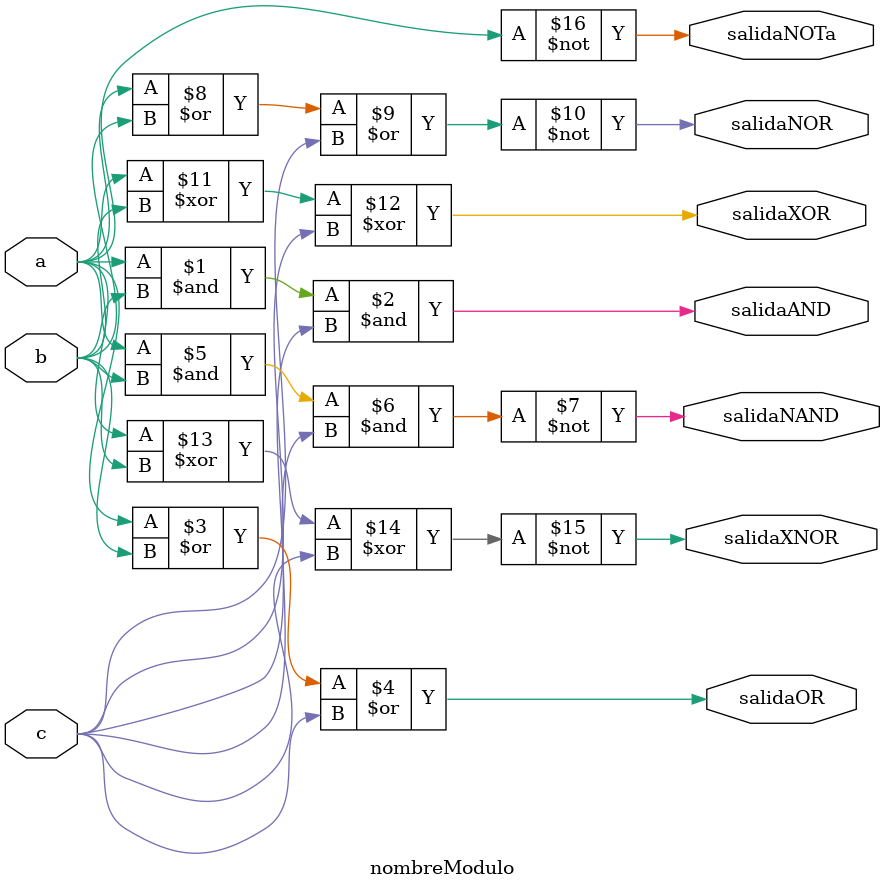
<source format=v>
module nombreModulo(
	 //Dentro del parentesis se declaran las entradas (input) y 
	 //salidas (output), todas separadas por una coma, menos la ultima
    input a,
    input b,
    input c,
    output salidaAND,
    output salidaOR,
    output salidaNOTa,
    output salidaNAND,
    output salidaNOR,
    output salidaXOR,
    output salidaXNOR
    );

//Fuera del parentesis del modulo se declaran las acciones que ejecutaran 
//las entradas y salidas previamente mencionadas.
and(salidaAND,a,b,c);	//Compuerta AND de 3 entradas.
or(salidaOR,a,b,c);		//Compuerta OR de 3 entradas.
not(salidaNOTa,a);		//Compuerta NOT de 1 entrada.
nand(salidaNAND,a,b,c);	//Compuerta NAND de 3 entradas, NAND = NOT AND.
nor(salidaNOR,a,b,c);	//Compuerta NOR de 3 entradas, NOR = NOT OR.
xor(salidaXOR,a,b,c);	//Compuerta XOR de 3 entradas.
xnor(salidaXNOR,a,b,c);	//Compuerta XNOR de 3 entradas, XNOR = NOT XOR.

endmodule

</source>
